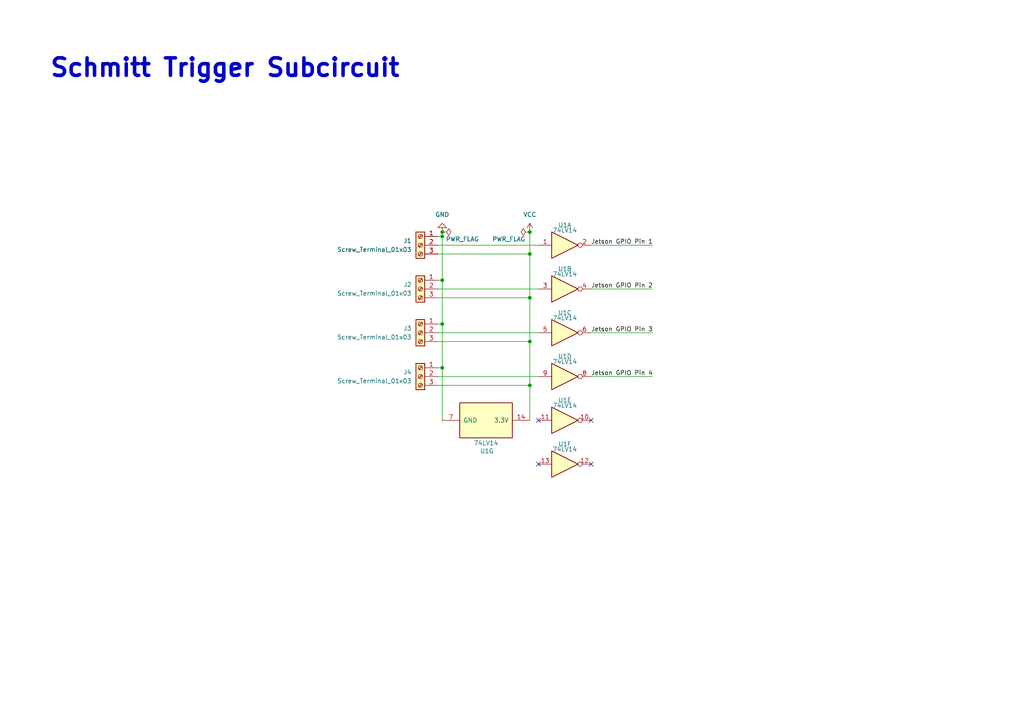
<source format=kicad_sch>
(kicad_sch (version 20231120) (generator "eeschema") (generator_version "8.0")
  (paper "A4")
  (title_block (title "Schmitt Trigger Subcircuit") (date "2024-10-01") (rev "0.1") (company "Mechatronics and Robotics Society"))
  (lib_symbols
    (symbol "74xx:74LV14" (pin_names (offset 1.016))
      (property "Reference" "U" (at 0 1.27 0))
      (property "Value" "74LV14" (at 0 -1.27 0))
      (symbol "74LV14_1_0"
        (polyline (pts (xy -3.81 3.81) (xy -3.81 -3.81) (xy 3.81 0) (xy -3.81 3.81)) (stroke (width 0.254)) (fill (type background)))
        (pin input line (at -7.62 0 0) (length 3.81) (name "~") (number "1"))
        (pin output inverted (at 7.62 0 180) (length 3.81) (name "~") (number "2"))
      )
      (symbol "74LV14_2_0"
        (polyline (pts (xy -3.81 3.81) (xy -3.81 -3.81) (xy 3.81 0) (xy -3.81 3.81)) (stroke (width 0.254)) (fill (type background)))
        (pin input line (at -7.62 0 0) (length 3.81) (name "~") (number "3"))
        (pin output inverted (at 7.62 0 180) (length 3.81) (name "~") (number "4"))
      )
      (symbol "74LV14_3_0"
        (polyline (pts (xy -3.81 3.81) (xy -3.81 -3.81) (xy 3.81 0) (xy -3.81 3.81)) (stroke (width 0.254)) (fill (type background)))
        (pin input line (at -7.62 0 0) (length 3.81) (name "~") (number "5"))
        (pin output inverted (at 7.62 0 180) (length 3.81) (name "~") (number "6"))
      )
      (symbol "74LV14_4_0"
        (polyline (pts (xy -3.81 3.81) (xy -3.81 -3.81) (xy 3.81 0) (xy -3.81 3.81)) (stroke (width 0.254)) (fill (type background)))
        (pin output inverted (at 7.62 0 180) (length 3.81) (name "~") (number "8"))
        (pin input line (at -7.62 0 0) (length 3.81) (name "~") (number "9"))
      )
      (symbol "74LV14_5_0"
        (polyline (pts (xy -3.81 3.81) (xy -3.81 -3.81) (xy 3.81 0) (xy -3.81 3.81)) (stroke (width 0.254)) (fill (type background)))
        (pin output inverted (at 7.62 0 180) (length 3.81) (name "~") (number "10"))
        (pin input line (at -7.62 0 0) (length 3.81) (name "~") (number "11"))
      )
      (symbol "74LV14_6_0"
        (polyline (pts (xy -3.81 3.81) (xy -3.81 -3.81) (xy 3.81 0) (xy -3.81 3.81)) (stroke (width 0.254)) (fill (type background)))
        (pin output inverted (at 7.62 0 180) (length 3.81) (name "~") (number "12"))
        (pin input line (at -7.62 0 0) (length 3.81) (name "~") (number "13"))
      )
      (symbol "74LV14_7_0"
        (pin power_in line (at 0 12.7 270) (length 5.08) (name "3.3V") (number "14"))
        (pin power_in line (at 0 -12.7 90) (length 5.08) (name "GND") (number "7"))
      )
      (symbol "74LV14_7_1"
        (rectangle (start -5.08 7.62) (end 5.08 -7.62) (stroke (width 0.254)) (fill (type background)))
      )
    )
    (symbol "Connector:Screw_Terminal_01x03" (pin_names (offset 1.016) hide)
      (property "Reference" "J" (at 0 5.08 0))
      (property "Value" "Screw_Terminal_01x03" (at 0 -5.08 0))
      (symbol "Screw_Terminal_01x03_1_1"
        (rectangle (start -1.27 3.81) (end 1.27 -3.81) (stroke (width 0.254)) (fill (type background)))
        (circle (center 0 -2.54) (radius 0.635) (stroke (width 0.1524)))
        (polyline (pts (xy -0.5334 -2.2098) (xy 0.3302 -3.048)) (stroke (width 0.1524)))
        (polyline (pts (xy -0.5334 0.3302) (xy 0.3302 -0.508)) (stroke (width 0.1524)))
        (polyline (pts (xy -0.5334 2.8702) (xy 0.3302 2.032)) (stroke (width 0.1524)))
        (polyline (pts (xy -0.3556 -2.032) (xy 0.508 -2.8702)) (stroke (width 0.1524)))
        (polyline (pts (xy -0.3556 0.508) (xy 0.508 -0.3302)) (stroke (width 0.1524)))
        (polyline (pts (xy -0.3556 3.048) (xy 0.508 2.2098)) (stroke (width 0.1524)))
        (circle (center 0 0) (radius 0.635) (stroke (width 0.1524)))
        (circle (center 0 2.54) (radius 0.635) (stroke (width 0.1524)))
        (pin passive line (at -5.08 2.54 0) (length 3.81) (name "Pin_1") (number "1"))
        (pin passive line (at -5.08 0 0) (length 3.81) (name "Pin_2") (number "2"))
        (pin passive line (at -5.08 -2.54 0) (length 3.81) (name "Pin_3") (number "3"))
      )
    )
    (symbol "power:GND" (power) (pin_numbers hide) (pin_names (offset 0) hide)
      (property "Value" "GND" (at 0 -3.81 0))
      (symbol "GND_0_1"
        (polyline (pts (xy 0 0) (xy 0 -1.27) (xy 1.27 -1.27) (xy 0 -2.54) (xy -1.27 -1.27) (xy 0 -1.27)))
      )
      (symbol "GND_1_1"
        (pin power_in line (at 0 0 270) (length 0) (name "~") (number "1"))
      )
    )
    (symbol "power:PWR_FLAG" (power) (pin_numbers hide) (pin_names (offset 0) hide)
      (property "Value" "PWR_FLAG" (at 0 3.81 0))
      (symbol "PWR_FLAG_0_0"
        (pin power_out line (at 0 0 90) (length 0) (name "~") (number "1"))
      )
      (symbol "PWR_FLAG_0_1"
        (polyline (pts (xy 0 0) (xy 0 1.27) (xy -1.016 1.905) (xy 0 2.54) (xy 1.016 1.905) (xy 0 1.27)))
      )
    )
    (symbol "power:VCC" (power) (pin_numbers hide) (pin_names (offset 0) hide)
      (property "Value" "VCC" (at 0 3.556 0))
      (symbol "VCC_0_1"
        (polyline (pts (xy -0.762 1.27) (xy 0 2.54)))
        (polyline (pts (xy 0 0) (xy 0 2.54)))
        (polyline (pts (xy 0 2.54) (xy 0.762 1.27)))
      )
      (symbol "VCC_1_1"
        (pin power_in line (at 0 0 90) (length 0) (name "~") (number "1"))
      )
    )
  )
  (junction (at 153.67 86.36))
  (junction (at 153.67 73.66))
  (junction (at 153.67 111.76))
  (junction (at 128.27 81.28))
  (junction (at 128.27 68.58))
  (junction (at 128.27 67.31))
  (junction (at 128.27 93.98))
  (junction (at 153.67 67.31))
  (junction (at 128.27 106.68))
  (junction (at 153.67 99.06))
  (no_connect (at 156.21 134.62))
  (no_connect (at 156.21 121.92))
  (no_connect (at 171.45 134.62))
  (no_connect (at 171.45 121.92))
  (wire (pts (xy 127 96.52) (xy 156.21 96.52)))
  (wire (pts (xy 128.27 106.68) (xy 128.27 121.92)))
  (wire (pts (xy 127 83.82) (xy 156.21 83.82)))
  (wire (pts (xy 127 71.12) (xy 156.21 71.12)))
  (wire (pts (xy 153.67 99.06) (xy 153.67 111.76)))
  (wire (pts (xy 128.27 93.98) (xy 128.27 81.28)))
  (wire (pts (xy 127 68.58) (xy 128.27 68.58)))
  (wire (pts (xy 171.45 83.82) (xy 189.23 83.82)))
  (wire (pts (xy 127 109.22) (xy 156.21 109.22)))
  (wire (pts (xy 153.67 67.31) (xy 153.67 73.66)))
  (wire (pts (xy 171.45 71.12) (xy 189.23 71.12)))
  (wire (pts (xy 127 93.98) (xy 128.27 93.98)))
  (wire (pts (xy 127 81.28) (xy 128.27 81.28)))
  (wire (pts (xy 153.67 73.66) (xy 153.67 86.36)))
  (wire (pts (xy 128.27 68.58) (xy 128.27 67.31)))
  (wire (pts (xy 128.27 106.68) (xy 128.27 93.98)))
  (wire (pts (xy 127 111.76) (xy 153.67 111.76)))
  (wire (pts (xy 127 73.66) (xy 153.67 73.66)))
  (wire (pts (xy 171.45 109.22) (xy 189.23 109.22)))
  (wire (pts (xy 127 86.36) (xy 153.67 86.36)))
  (wire (pts (xy 127 106.68) (xy 128.27 106.68)))
  (wire (pts (xy 127 99.06) (xy 153.67 99.06)))
  (wire (pts (xy 171.45 96.52) (xy 189.23 96.52)))
  (wire (pts (xy 128.27 81.28) (xy 128.27 68.58)))
  (wire (pts (xy 153.67 111.76) (xy 153.67 121.92)))
  (wire (pts (xy 153.67 86.36) (xy 153.67 99.06)))
  (text "Schmitt Trigger Subcircuit" (at 65.278 19.812 0) (effects (font (size 5.08 5.08) (thickness 1.016) (bold yes))))
  (label "Jetson GPIO Pin 4" (at 171.45 109.22 0))
  (label "Jetson GPIO Pin 1" (at 171.45 71.12 0))
  (label "Jetson GPIO Pin 2" (at 171.45 83.82 0))
  (label "Jetson GPIO Pin 3" (at 171.45 96.52 0))
  (symbol (lib_id "Connector:Screw_Terminal_01x03") (at 121.92 83.82 0) (mirror y) (unit 1)
    (property "Reference" "J2" (at 119.38 82.5499 0) (effects (justify left)))
    (property "Value" "Screw_Terminal_01x03" (at 119.38 85.0899 0) (effects (justify left)))
    (property "Footprint" "TerminalBlock_4Ucon:TerminalBlock_4Ucon_1x03_P3.50mm_Horizontal" (effects (hide yes)))
    (property "Description" "Generic screw terminal, single row, 01x03, script generated (kicad-library-utils/schlib/autogen/connector/)" (effects (hide yes)))
  )
  (symbol (lib_id "power:GND") (at 128.27 67.31 180) (unit 1)
    (property "Reference" "#PWR04" (effects (hide yes)))
    (property "Value" "GND" (at 128.27 62.23 0))
    (property "Description" "Power symbol creates a global label with name \"GND\" , ground" (effects (hide yes)))
  )
  (symbol (lib_id "74xx:74LV14") (at 163.83 71.12 0) (unit 1)
    (property "Reference" "U1" (at 163.83 65.278 0))
    (property "Value" "74LV14" (at 163.83 66.802 0))
    (property "Footprint" "Package_DIP:DIP-12_W7.62mm" (effects (hide yes)))
    (property "Datasheet" "http://www.ti.com/lit/gpn/sn74LV14" (effects (hide yes)))
    (property "Description" "Hex Inverter" (effects (hide yes)))
  )
  (symbol (lib_id "74xx:74LV14") (at 163.83 121.92 0) (unit 5)
    (property "Reference" "U1" (at 163.83 116.078 0))
    (property "Value" "74LV14" (at 163.83 117.602 0))
    (property "Footprint" "Package_DIP:DIP-12_W7.62mm" (effects (hide yes)))
    (property "Datasheet" "http://www.ti.com/lit/gpn/sn74LV14" (effects (hide yes)))
    (property "Description" "Hex Inverter" (effects (hide yes)))
  )
  (symbol (lib_id "74xx:74LV14") (at 140.97 121.92 270) (unit 7)
    (property "Reference" "U1" (at 141.224 130.81 90))
    (property "Value" "74LV14" (at 140.97 128.524 90))
    (property "Footprint" "Package_DIP:DIP-12_W7.62mm" (effects (hide yes)))
    (property "Datasheet" "http://www.ti.com/lit/gpn/sn74LV14" (effects (hide yes)))
    (property "Description" "Hex Inverter" (effects (hide yes)))
  )
  (symbol (lib_id "power:VCC") (at 153.67 67.31 0) (unit 1)
    (property "Reference" "#PWR03" (effects (hide yes)))
    (property "Value" "VCC" (at 153.67 62.23 0))
    (property "Description" "Power symbol creates a global label with name \"VCC\"" (effects (hide yes)))
  )
  (symbol (lib_id "power:PWR_FLAG") (at 153.67 67.31 90) (unit 1)
    (property "Reference" "#FLG04" (effects (hide yes)))
    (property "Value" "PWR_FLAG" (at 152.4 69.342 90) (effects (justify left)))
    (property "Description" "Special symbol for telling ERC where power comes from" (effects (hide yes)))
  )
  (symbol (lib_id "74xx:74LV14") (at 163.83 134.62 0) (unit 6)
    (property "Reference" "U1" (at 163.83 128.778 0))
    (property "Value" "74LV14" (at 163.83 130.302 0))
    (property "Footprint" "Package_DIP:DIP-12_W7.62mm" (effects (hide yes)))
    (property "Datasheet" "http://www.ti.com/lit/gpn/sn74LV14" (effects (hide yes)))
    (property "Description" "Hex Inverter" (effects (hide yes)))
  )
  (symbol (lib_id "power:PWR_FLAG") (at 128.27 67.31 270) (unit 1)
    (property "Reference" "#FLG03" (effects (hide yes)))
    (property "Value" "PWR_FLAG" (at 129.286 69.342 90) (effects (justify left)))
    (property "Description" "Special symbol for telling ERC where power comes from" (effects (hide yes)))
  )
  (symbol (lib_id "74xx:74LV14") (at 163.83 83.82 0) (unit 2)
    (property "Reference" "U1" (at 163.83 77.978 0))
    (property "Value" "74LV14" (at 163.83 79.502 0))
    (property "Footprint" "Package_DIP:DIP-12_W7.62mm" (effects (hide yes)))
    (property "Datasheet" "http://www.ti.com/lit/gpn/sn74LV14" (effects (hide yes)))
    (property "Description" "Hex Inverter" (effects (hide yes)))
  )
  (symbol (lib_id "74xx:74LV14") (at 163.83 96.52 0) (unit 3)
    (property "Reference" "U1" (at 163.83 90.678 0))
    (property "Value" "74LV14" (at 163.83 92.202 0))
    (property "Footprint" "Package_DIP:DIP-12_W7.62mm" (effects (hide yes)))
    (property "Datasheet" "http://www.ti.com/lit/gpn/sn74LV14" (effects (hide yes)))
    (property "Description" "Hex Inverter" (effects (hide yes)))
  )
  (symbol (lib_id "Connector:Screw_Terminal_01x03") (at 121.92 109.22 0) (mirror y) (unit 1)
    (property "Reference" "J4" (at 119.38 107.9499 0) (effects (justify left)))
    (property "Value" "Screw_Terminal_01x03" (at 119.38 110.4899 0) (effects (justify left)))
    (property "Footprint" "TerminalBlock_4Ucon:TerminalBlock_4Ucon_1x03_P3.50mm_Horizontal" (effects (hide yes)))
    (property "Description" "Generic screw terminal, single row, 01x03, script generated (kicad-library-utils/schlib/autogen/connector/)" (effects (hide yes)))
  )
  (symbol (lib_id "Connector:Screw_Terminal_01x03") (at 121.92 96.52 0) (mirror y) (unit 1)
    (property "Reference" "J3" (at 119.38 95.2499 0) (effects (justify left)))
    (property "Value" "Screw_Terminal_01x03" (at 119.38 97.7899 0) (effects (justify left)))
    (property "Footprint" "TerminalBlock_4Ucon:TerminalBlock_4Ucon_1x03_P3.50mm_Horizontal" (effects (hide yes)))
    (property "Description" "Generic screw terminal, single row, 01x03, script generated (kicad-library-utils/schlib/autogen/connector/)" (effects (hide yes)))
  )
  (symbol (lib_id "74xx:74LV14") (at 163.83 109.22 0) (unit 4)
    (property "Reference" "U1" (at 163.83 103.378 0))
    (property "Value" "74LV14" (at 163.83 104.902 0))
    (property "Footprint" "Package_DIP:DIP-12_W7.62mm" (effects (hide yes)))
    (property "Datasheet" "http://www.ti.com/lit/gpn/sn74LV14" (effects (hide yes)))
    (property "Description" "Hex Inverter" (effects (hide yes)))
  )
  (symbol (lib_id "Connector:Screw_Terminal_01x03") (at 121.92 71.12 0) (mirror y) (unit 1)
    (property "Reference" "J1" (at 119.38 69.8499 0) (effects (justify left)))
    (property "Value" "Screw_Terminal_01x03" (at 119.38 72.3899 0) (effects (justify left)))
    (property "Footprint" "TerminalBlock_4Ucon:TerminalBlock_4Ucon_1x03_P3.50mm_Horizontal" (effects (hide yes)))
    (property "Description" "Generic screw terminal, single row, 01x03, script generated (kicad-library-utils/schlib/autogen/connector/)" (effects (hide yes)))
  )
)
</source>
